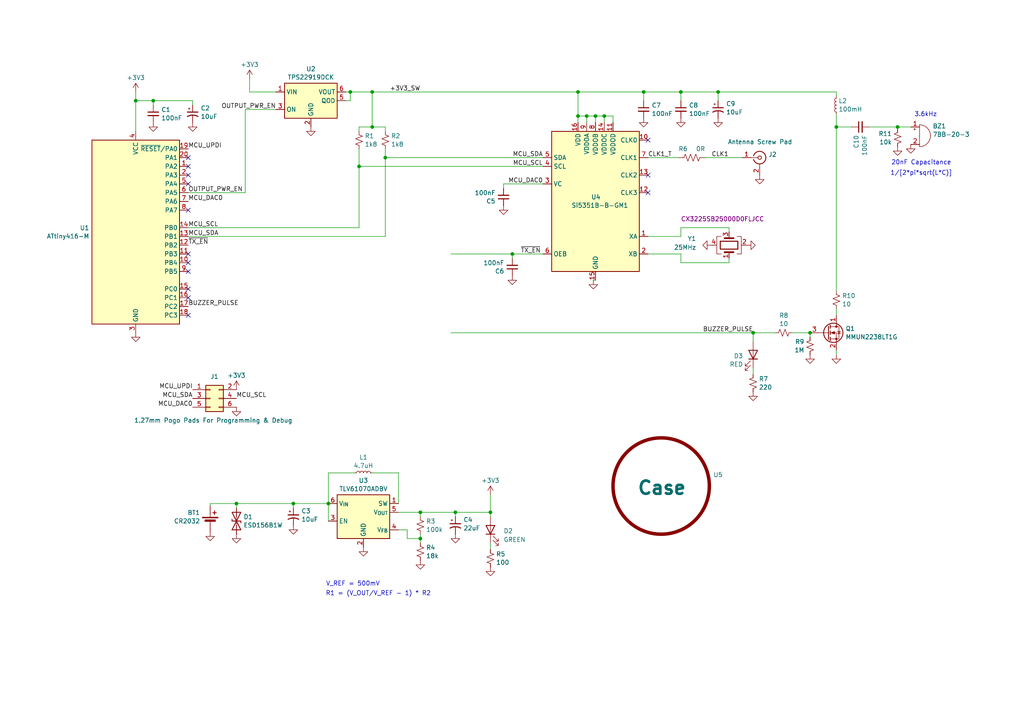
<source format=kicad_sch>
(kicad_sch (version 20231120) (generator "eeschema") (generator_version "8.0")
  (paper "A4")
  (lib_symbols
    (symbol "Connector:Conn_Coaxial" (pin_names (offset 1.016) hide)
      (property "Reference" "J" (at 0.254 3.048 0))
      (property "Value" "Conn_Coaxial" (at 2.921 0 90))
      (symbol "Conn_Coaxial_0_1"
        (arc (start -1.778 -0.508) (mid 0.2311 -1.8066) (end 1.778 0) (stroke (width 0.254)))
        (polyline (pts (xy -2.54 0) (xy -0.508 0)))
        (polyline (pts (xy 0 -2.54) (xy 0 -1.778)))
        (circle (center 0 0) (radius 0.508) (stroke (width 0.2032)))
        (arc (start 1.778 0) (mid 0.2099 1.8101) (end -1.778 0.508) (stroke (width 0.254)))
      )
      (symbol "Conn_Coaxial_1_1"
        (pin passive line (at -5.08 0 0) (length 2.54) (name "In") (number "1"))
        (pin passive line (at 0 -5.08 90) (length 2.54) (name "Ext") (number "2"))
      )
    )
    (symbol "Connector_Generic:Conn_02x03_Odd_Even" (pin_names (offset 1.016) hide)
      (property "Reference" "J" (at 1.27 5.08 0))
      (property "Value" "Conn_02x03_Odd_Even" (at 1.27 -5.08 0))
      (symbol "Conn_02x03_Odd_Even_1_1"
        (rectangle (start -1.27 -2.413) (end 0 -2.667) (stroke (width 0.1524)))
        (rectangle (start -1.27 0.127) (end 0 -0.127) (stroke (width 0.1524)))
        (rectangle (start -1.27 2.667) (end 0 2.413) (stroke (width 0.1524)))
        (rectangle (start -1.27 3.81) (end 3.81 -3.81) (stroke (width 0.254)) (fill (type background)))
        (rectangle (start 3.81 -2.413) (end 2.54 -2.667) (stroke (width 0.1524)))
        (rectangle (start 3.81 0.127) (end 2.54 -0.127) (stroke (width 0.1524)))
        (rectangle (start 3.81 2.667) (end 2.54 2.413) (stroke (width 0.1524)))
        (pin passive line (at -5.08 2.54 0) (length 3.81) (name "Pin_1") (number "1"))
        (pin passive line (at 7.62 2.54 180) (length 3.81) (name "Pin_2") (number "2"))
        (pin passive line (at -5.08 0 0) (length 3.81) (name "Pin_3") (number "3"))
        (pin passive line (at 7.62 0 180) (length 3.81) (name "Pin_4") (number "4"))
        (pin passive line (at -5.08 -2.54 0) (length 3.81) (name "Pin_5") (number "5"))
        (pin passive line (at 7.62 -2.54 180) (length 3.81) (name "Pin_6") (number "6"))
      )
    )
    (symbol "Device:Battery_Cell" (pin_numbers hide) (pin_names (offset 0) hide)
      (property "Reference" "BT1" (at -2.921 3.0536 0))
      (property "Value" "CR2032" (at -2.921 0.6294 0))
      (symbol "Battery_Cell_0_1"
        (rectangle (start -2.286 1.778) (end 2.286 1.524) (fill (type outline)))
        (rectangle (start -1.524 1.016) (end 1.524 0.508) (fill (type outline)))
        (polyline (pts (xy 0 0.762) (xy 0 0)))
        (polyline (pts (xy 0 1.778) (xy 0 2.54)))
        (polyline (pts (xy 0.762 3.048) (xy 1.778 3.048)) (stroke (width 0.254)))
        (polyline (pts (xy 1.27 3.556) (xy 1.27 2.54)) (stroke (width 0.254)))
      )
      (symbol "Battery_Cell_1_1"
        (pin passive line (at 0 5.08 270) (length 2.54) (name "+") (number "1"))
        (pin passive line (at 0 -2.54 90) (length 2.54) (name "2") (number "2"))
      )
    )
    (symbol "Device:C_Polarized_Small_US" (pin_numbers hide) (pin_names (offset 0.254) hide)
      (property "Reference" "C" (at 0.254 1.778 0))
      (property "Value" "C_Polarized_Small_US" (at 0.254 -2.032 0))
      (symbol "C_Polarized_Small_US_0_1"
        (polyline (pts (xy -1.524 0.508) (xy 1.524 0.508)) (stroke (width 0.3048)))
        (polyline (pts (xy -1.27 1.524) (xy -0.762 1.524)))
        (polyline (pts (xy -1.016 1.27) (xy -1.016 1.778)))
        (arc (start 1.524 -0.762) (mid 0 -0.3734) (end -1.524 -0.762) (stroke (width 0.3048)))
      )
      (symbol "C_Polarized_Small_US_1_1"
        (pin passive line (at 0 2.54 270) (length 2.032) (name "~") (number "1"))
        (pin passive line (at 0 -2.54 90) (length 2.032) (name "~") (number "2"))
      )
    )
    (symbol "Device:C_Small" (pin_numbers hide) (pin_names (offset 0.254) hide)
      (property "Reference" "C" (at 0.254 1.778 0))
      (property "Value" "C_Small" (at 0.254 -2.032 0))
      (symbol "C_Small_0_1"
        (polyline (pts (xy -1.524 -0.508) (xy 1.524 -0.508)) (stroke (width 0.3302)))
        (polyline (pts (xy -1.524 0.508) (xy 1.524 0.508)) (stroke (width 0.3048)))
      )
      (symbol "C_Small_1_1"
        (pin passive line (at 0 2.54 270) (length 2.032) (name "~") (number "1"))
        (pin passive line (at 0 -2.54 90) (length 2.032) (name "~") (number "2"))
      )
    )
    (symbol "Device:Crystal_GND24" (pin_names (offset 1.016) hide)
      (property "Reference" "Y" (at 3.175 5.08 0))
      (property "Value" "Crystal_GND24" (at 3.175 3.175 0))
      (symbol "Crystal_GND24_0_1"
        (rectangle (start -1.143 2.54) (end 1.143 -2.54) (stroke (width 0.3048)))
        (polyline (pts (xy -2.54 0) (xy -2.032 0)))
        (polyline (pts (xy -2.032 -1.27) (xy -2.032 1.27)) (stroke (width 0.508)))
        (polyline (pts (xy 0 -3.81) (xy 0 -3.556)))
        (polyline (pts (xy 0 3.556) (xy 0 3.81)))
        (polyline (pts (xy 2.032 -1.27) (xy 2.032 1.27)) (stroke (width 0.508)))
        (polyline (pts (xy 2.032 0) (xy 2.54 0)))
        (polyline (pts (xy -2.54 -2.286) (xy -2.54 -3.556) (xy 2.54 -3.556) (xy 2.54 -2.286)))
        (polyline (pts (xy -2.54 2.286) (xy -2.54 3.556) (xy 2.54 3.556) (xy 2.54 2.286)))
      )
      (symbol "Crystal_GND24_1_1"
        (pin passive line (at -3.81 0 0) (length 1.27) (name "1") (number "1"))
        (pin passive line (at 0 5.08 270) (length 1.27) (name "2") (number "2"))
        (pin passive line (at 3.81 0 180) (length 1.27) (name "3") (number "3"))
        (pin passive line (at 0 -5.08 90) (length 1.27) (name "4") (number "4"))
      )
    )
    (symbol "Device:D_TVS" (pin_numbers hide) (pin_names (offset 1.016) hide)
      (property "Reference" "D" (at 0 2.54 0))
      (property "Value" "D_TVS" (at 0 -2.54 0))
      (symbol "D_TVS_0_1"
        (polyline (pts (xy 1.27 0) (xy -1.27 0)))
        (polyline (pts (xy 0.508 1.27) (xy 0 1.27) (xy 0 -1.27) (xy -0.508 -1.27)) (stroke (width 0.254)))
        (polyline (pts (xy -2.54 1.27) (xy -2.54 -1.27) (xy 2.54 1.27) (xy 2.54 -1.27) (xy -2.54 1.27)) (stroke (width 0.254)))
      )
      (symbol "D_TVS_1_1"
        (pin passive line (at -3.81 0 0) (length 2.54) (name "A1") (number "1"))
        (pin passive line (at 3.81 0 180) (length 2.54) (name "A2") (number "2"))
      )
    )
    (symbol "Device:LED" (pin_numbers hide) (pin_names (offset 1.016) hide)
      (property "Reference" "D" (at 0 2.54 0))
      (property "Value" "LED" (at 0 -2.54 0))
      (symbol "LED_0_1"
        (polyline (pts (xy -1.27 -1.27) (xy -1.27 1.27)) (stroke (width 0.254)))
        (polyline (pts (xy -1.27 0) (xy 1.27 0)))
        (polyline (pts (xy 1.27 -1.27) (xy 1.27 1.27) (xy -1.27 0) (xy 1.27 -1.27)) (stroke (width 0.254)))
        (polyline (pts (xy -3.048 -0.762) (xy -4.572 -2.286) (xy -3.81 -2.286) (xy -4.572 -2.286) (xy -4.572 -1.524)))
        (polyline (pts (xy -1.778 -0.762) (xy -3.302 -2.286) (xy -2.54 -2.286) (xy -3.302 -2.286) (xy -3.302 -1.524)))
      )
      (symbol "LED_1_1"
        (pin passive line (at -3.81 0 0) (length 2.54) (name "K") (number "1"))
        (pin passive line (at 3.81 0 180) (length 2.54) (name "A") (number "2"))
      )
    )
    (symbol "Device:L_Small" (pin_numbers hide) (pin_names (offset 0.254) hide)
      (property "Reference" "L" (at 0.762 1.016 0))
      (property "Value" "L_Small" (at 0.762 -1.016 0))
      (symbol "L_Small_0_1"
        (arc (start 0 -2.032) (mid 0.5058 -1.524) (end 0 -1.016))
        (arc (start 0 -1.016) (mid 0.5058 -0.508) (end 0 0))
        (arc (start 0 0) (mid 0.5058 0.508) (end 0 1.016))
        (arc (start 0 1.016) (mid 0.5058 1.524) (end 0 2.032))
      )
      (symbol "L_Small_1_1"
        (pin passive line (at 0 2.54 270) (length 0.508) (name "~") (number "1"))
        (pin passive line (at 0 -2.54 90) (length 0.508) (name "~") (number "2"))
      )
    )
    (symbol "Device:Q_NMOS_DSG" (pin_names (offset 0) hide)
      (property "Reference" "Q" (at 5.08 1.27 0))
      (property "Value" "Q_NMOS_DSG" (at 5.08 -1.27 0))
      (symbol "Q_NMOS_DSG_0_1"
        (polyline (pts (xy 0.254 0) (xy -2.54 0)))
        (polyline (pts (xy 0.254 1.905) (xy 0.254 -1.905)) (stroke (width 0.254)))
        (polyline (pts (xy 0.762 -1.27) (xy 0.762 -2.286)) (stroke (width 0.254)))
        (polyline (pts (xy 0.762 0.508) (xy 0.762 -0.508)) (stroke (width 0.254)))
        (polyline (pts (xy 0.762 2.286) (xy 0.762 1.27)) (stroke (width 0.254)))
        (polyline (pts (xy 2.54 2.54) (xy 2.54 1.778)))
        (polyline (pts (xy 2.54 -2.54) (xy 2.54 0) (xy 0.762 0)))
        (polyline (pts (xy 0.762 -1.778) (xy 3.302 -1.778) (xy 3.302 1.778) (xy 0.762 1.778)))
        (polyline (pts (xy 1.016 0) (xy 2.032 0.381) (xy 2.032 -0.381) (xy 1.016 0)) (fill (type outline)))
        (polyline (pts (xy 2.794 0.508) (xy 2.921 0.381) (xy 3.683 0.381) (xy 3.81 0.254)))
        (polyline (pts (xy 3.302 0.381) (xy 2.921 -0.254) (xy 3.683 -0.254) (xy 3.302 0.381)))
        (circle (center 1.651 0) (radius 2.794) (stroke (width 0.254)))
        (circle (center 2.54 -1.778) (radius 0.254) (fill (type outline)))
        (circle (center 2.54 1.778) (radius 0.254) (fill (type outline)))
      )
      (symbol "Q_NMOS_DSG_1_1"
        (pin passive line (at 2.54 5.08 270) (length 2.54) (name "D") (number "1"))
        (pin passive line (at 2.54 -5.08 90) (length 2.54) (name "S") (number "2"))
        (pin input line (at -5.08 0 0) (length 2.54) (name "G") (number "3"))
      )
    )
    (symbol "Device:R_Small_US" (pin_numbers hide) (pin_names (offset 0.254) hide)
      (property "Reference" "R" (at 0.762 0.508 0))
      (property "Value" "R_Small_US" (at 0.762 -1.016 0))
      (symbol "R_Small_US_1_1"
        (polyline (pts (xy 0 0) (xy 1.016 -0.381) (xy 0 -0.762) (xy -1.016 -1.143) (xy 0 -1.524)))
        (polyline (pts (xy 0 1.524) (xy 1.016 1.143) (xy 0 0.762) (xy -1.016 0.381) (xy 0 0)))
        (pin passive line (at 0 2.54 270) (length 1.016) (name "~") (number "1"))
        (pin passive line (at 0 -2.54 90) (length 1.016) (name "~") (number "2"))
      )
    )
    (symbol "Device:R_US" (pin_numbers hide) (pin_names (offset 0))
      (property "Reference" "R" (at 2.54 0 90))
      (property "Value" "R_US" (at -2.54 0 90))
      (symbol "R_US_0_1"
        (polyline (pts (xy 0 -2.286) (xy 0 -2.54)))
        (polyline (pts (xy 0 2.286) (xy 0 2.54)))
        (polyline (pts (xy 0 -0.762) (xy 1.016 -1.143) (xy 0 -1.524) (xy -1.016 -1.905) (xy 0 -2.286)))
        (polyline (pts (xy 0 0.762) (xy 1.016 0.381) (xy 0 0) (xy -1.016 -0.381) (xy 0 -0.762)))
        (polyline (pts (xy 0 2.286) (xy 1.016 1.905) (xy 0 1.524) (xy -1.016 1.143) (xy 0 0.762)))
      )
      (symbol "R_US_1_1"
        (pin passive line (at 0 3.81 270) (length 1.27) (name "~") (number "1"))
        (pin passive line (at 0 -3.81 90) (length 1.27) (name "~") (number "2"))
      )
    )
    (symbol "MCU_Microchip_ATtiny:ATtiny416-M"
      (property "Reference" "U6" (at 2.1941 24.4645 0))
      (property "Value" "ATtiny416-M" (at 2.1941 22.0402 0))
      (symbol "ATtiny416-M_0_1"
        (rectangle (start -12.7 20.32) (end 12.7 -33.02) (stroke (width 0.254)) (fill (type background)))
      )
      (symbol "ATtiny416-M_1_1"
        (pin bidirectional line (at 15.24 12.7 180) (length 2.54) (name "PA2") (number "1"))
        (pin bidirectional line (at 15.24 -15.24 180) (length 2.54) (name "PB4") (number "10"))
        (pin bidirectional line (at 15.24 -12.7 180) (length 2.54) (name "PB3") (number "11"))
        (pin bidirectional line (at 15.24 -10.16 180) (length 2.54) (name "PB2") (number "12"))
        (pin bidirectional line (at 15.24 -7.62 180) (length 2.54) (name "PB1") (number "13"))
        (pin bidirectional line (at 15.24 -5.08 180) (length 2.54) (name "PB0") (number "14"))
        (pin bidirectional line (at 15.24 -22.86 180) (length 2.54) (name "PC0") (number "15"))
        (pin bidirectional line (at 15.24 -25.4 180) (length 2.54) (name "PC1") (number "16"))
        (pin bidirectional line (at 15.24 -27.94 180) (length 2.54) (name "PC2") (number "17"))
        (pin bidirectional line (at 15.24 -30.48 180) (length 2.54) (name "PC3") (number "18"))
        (pin bidirectional line (at 15.24 17.78 180) (length 2.54) (name "~{RESET}/PA0") (number "19"))
        (pin bidirectional line (at 15.24 10.16 180) (length 2.54) (name "PA3") (number "2"))
        (pin bidirectional line (at 15.24 15.24 180) (length 2.54) (name "PA1") (number "20"))
        (pin passive line (at 0 -35.56 90) (length 2.54) hide (name "GND") (number "21"))
        (pin power_in line (at 0 -35.56 90) (length 2.54) (name "GND") (number "3"))
        (pin power_in line (at 0 22.86 270) (length 2.54) (name "VCC") (number "4"))
        (pin bidirectional line (at 15.24 7.62 180) (length 2.54) (name "PA4") (number "5"))
        (pin bidirectional line (at 15.24 5.08 180) (length 2.54) (name "PA5") (number "6"))
        (pin bidirectional line (at 15.24 2.54 180) (length 2.54) (name "PA6") (number "7"))
        (pin bidirectional line (at 15.24 0 180) (length 2.54) (name "PA7") (number "8"))
        (pin bidirectional line (at 15.24 -17.78 180) (length 2.54) (name "PB5") (number "9"))
      )
    )
    (symbol "Regulator_Switching:TLV61070ADBV"
      (property "Reference" "U" (at -7.62 8.89 0))
      (property "Value" "TLV61070ADBV" (at 0 8.89 0))
      (symbol "TLV61070ADBV_0_1"
        (rectangle (start -7.62 7.62) (end 7.62 -5.08) (stroke (width 0.254)) (fill (type background)))
      )
      (symbol "TLV61070ADBV_1_1"
        (pin input line (at 10.16 5.08 180) (length 2.54) (name "SW") (number "1"))
        (pin power_in line (at 0 -7.62 90) (length 2.54) (name "GND") (number "2"))
        (pin input line (at -10.16 0 0) (length 2.54) (name "EN") (number "3"))
        (pin input line (at 10.16 -2.54 180) (length 2.54) (name "V_{FB}") (number "4"))
        (pin power_out line (at 10.16 2.54 180) (length 2.54) (name "V_{OUT}") (number "5"))
        (pin power_in line (at -10.16 5.08 0) (length 2.54) (name "V_{IN}") (number "6"))
      )
    )
    (symbol "library:Buzzer_Pad_NEG" (pin_names (offset 0.0254) hide)
      (property "Reference" "BZ1" (at 3.7962 1.2122 0))
      (property "Value" "7BB-20-3" (at 3.7962 -1.2121 0))
      (symbol "Buzzer_Pad_NEG_0_1"
        (arc (start 0 -3.175) (mid 2.2451 -2.2451) (end 3.175 0))
        (polyline (pts (xy 0 0) (xy 0 -3.175)))
      )
      (symbol "Buzzer_Pad_NEG_1_1"
        (pin passive line (at -2.54 -2.54 0) (length 2.54) (name "-") (number "2"))
      )
    )
    (symbol "library:Buzzer_Pad_POS" (pin_names (offset 0.0254) hide)
      (property "Reference" "BZ1" (at 3.7962 1.2122 0))
      (property "Value" "7BB-20-3" (at 3.7962 -1.2121 0))
      (symbol "Buzzer_Pad_POS_0_1"
        (polyline (pts (xy -1.651 1.905) (xy -1.143 1.905)))
        (polyline (pts (xy -1.397 2.159) (xy -1.397 1.651)))
        (polyline (pts (xy 0 3.175) (xy 0 0)))
        (arc (start 3.175 0) (mid 2.2451 2.2451) (end 0 3.175))
      )
      (symbol "Buzzer_Pad_POS_1_1"
        (pin passive line (at -2.54 2.54 0) (length 2.54) (name "+") (number "1"))
      )
    )
    (symbol "library:Case"
      (property "Reference" "U" (at 0 0 0))
      (symbol "Case_1_1"
        (circle (center 0 0) (radius 13.97) (stroke (width 1)))
      )
    )
    (symbol "library:Si5351B-B-GM1"
      (property "Reference" "U2" (at -1.27 1.27 0))
      (property "Value" "Si5351B-B-GM1" (at -6.985 -1.1542 0))
      (symbol "Si5351B-B-GM1_1_1"
        (rectangle (start -12.7 20.32) (end 12.7 -20.32) (stroke (width 0.254)) (fill (type background)))
        (pin input line (at 15.24 -10.16 180) (length 2.54) (name "XA") (number "1"))
        (pin output line (at 15.24 17.78 180) (length 2.54) (name "CLK0") (number "10"))
        (pin power_in line (at 5.08 22.86 270) (length 2.54) (name "VDDOD") (number "11"))
        (pin output line (at 15.24 2.54 180) (length 2.54) (name "CLK3") (number "12"))
        (pin output line (at 15.24 7.62 180) (length 2.54) (name "CLK2") (number "13"))
        (pin power_in line (at 2.54 22.86 270) (length 2.54) (name "VDDOC") (number "14"))
        (pin power_in line (at 0 -22.86 90) (length 2.54) (name "GND") (number "15"))
        (pin power_in line (at -5.08 22.86 270) (length 2.54) (name "VDD") (number "16"))
        (pin power_in line (at 0 -22.86 90) (length 2.54) hide (name "GND") (number "17"))
        (pin input line (at 15.24 -15.24 180) (length 2.54) (name "XB") (number "2"))
        (pin input line (at -15.24 5.08 0) (length 2.54) (name "VC") (number "3"))
        (pin input line (at -15.24 10.16 0) (length 2.54) (name "SCL") (number "4"))
        (pin bidirectional line (at -15.24 12.7 0) (length 2.54) (name "SDA") (number "5"))
        (pin input line (at -15.24 -15.24 0) (length 2.54) (name "OEB") (number "6"))
        (pin output line (at 15.24 12.7 180) (length 2.54) (name "CLK1") (number "7"))
        (pin power_in line (at 0 22.86 270) (length 2.54) (name "VDDOB") (number "8"))
        (pin power_in line (at -2.54 22.86 270) (length 2.54) (name "VDDOA") (number "9"))
      )
    )
    (symbol "library:TPS22919DCK"
      (property "Reference" "U5" (at 0 9.2245 0))
      (property "Value" "TPS22919DCK" (at 0 6.8002 0))
      (symbol "TPS22919DCK_0_1"
        (rectangle (start -7.62 5.08) (end 7.62 -5.08) (stroke (width 0.254)) (fill (type background)))
      )
      (symbol "TPS22919DCK_1_1"
        (pin power_in line (at -10.16 2.54 0) (length 2.54) (name "VIN") (number "1"))
        (pin power_in line (at 0 -7.62 90) (length 2.54) (name "GND") (number "2"))
        (pin input line (at -10.16 -2.54 0) (length 2.54) (name "ON") (number "3"))
        (pin open_collector line (at 10.16 0 180) (length 2.54) (name "QOD") (number "5"))
        (pin power_out line (at 10.16 2.54 180) (length 2.54) (name "VOUT") (number "6"))
      )
    )
    (symbol "power:+3V3" (power) (pin_names (offset 0))
      (property "Value" "+3V3" (at 0 3.556 0))
      (symbol "+3V3_0_1"
        (polyline (pts (xy -0.762 1.27) (xy 0 2.54)))
        (polyline (pts (xy 0 0) (xy 0 2.54)))
        (polyline (pts (xy 0 2.54) (xy 0.762 1.27)))
      )
      (symbol "+3V3_1_1"
        (pin power_in line (at 0 0 90) (length 0) hide (name "+3V3") (number "1"))
      )
    )
    (symbol "power:GND" (power) (pin_names (offset 0))
      (property "Value" "GND" (at 0 -3.81 0))
      (symbol "GND_0_1"
        (polyline (pts (xy 0 0) (xy 0 -1.27) (xy 1.27 -1.27) (xy 0 -2.54) (xy -1.27 -1.27) (xy 0 -1.27)))
      )
      (symbol "GND_1_1"
        (pin power_in line (at 0 0 270) (length 0) hide (name "GND") (number "1"))
      )
    )
  )
  (junction (at 85.09 146.05))
  (junction (at 234.95 96.52))
  (junction (at 121.92 148.59))
  (junction (at 95.25 146.05))
  (junction (at 44.45 29.21))
  (junction (at 39.37 29.21))
  (junction (at 218.44 96.52))
  (junction (at 172.72 33.655))
  (junction (at 175.26 33.655))
  (junction (at 208.28 26.67))
  (junction (at 104.14 48.26))
  (junction (at 167.64 26.67))
  (junction (at 101.6 26.67))
  (junction (at 197.485 26.67))
  (junction (at 132.08 148.59))
  (junction (at 111.76 45.72))
  (junction (at 148.59 73.66))
  (junction (at 186.69 26.67))
  (junction (at 68.58 146.05))
  (junction (at 170.18 33.655))
  (junction (at 121.92 156.21))
  (junction (at 242.57 36.83))
  (junction (at 167.64 33.655))
  (junction (at 142.24 148.59))
  (junction (at 107.95 26.67))
  (junction (at 107.95 36.83))
  (junction (at 260.35 36.83))
  (no_connect (at 54.61 50.8))
  (no_connect (at 54.61 78.74))
  (no_connect (at 187.96 40.64))
  (no_connect (at 54.61 60.96))
  (no_connect (at 54.61 76.2))
  (no_connect (at 187.96 50.8))
  (no_connect (at 54.61 73.66))
  (no_connect (at 187.96 55.88))
  (no_connect (at 54.61 91.44))
  (no_connect (at 54.61 86.36))
  (no_connect (at 54.61 83.82))
  (no_connect (at 54.61 45.72))
  (no_connect (at 54.61 53.34))
  (no_connect (at 54.61 48.26))
  (wire (pts (xy 187.96 45.72) (xy 196.85 45.72)))
  (wire (pts (xy 121.92 154.94) (xy 121.92 156.21)))
  (wire (pts (xy 242.57 36.83) (xy 247.015 36.83)))
  (wire (pts (xy 100.33 26.67) (xy 101.6 26.67)))
  (wire (pts (xy 104.14 43.18) (xy 104.14 48.26)))
  (wire (pts (xy 100.33 29.21) (xy 101.6 29.21)))
  (wire (pts (xy 175.26 33.655) (xy 175.26 35.56)))
  (wire (pts (xy 167.64 26.67) (xy 167.64 33.655)))
  (wire (pts (xy 197.485 73.66) (xy 187.96 73.66)))
  (wire (pts (xy 142.24 143.51) (xy 142.24 148.59)))
  (wire (pts (xy 115.57 146.05) (xy 115.57 137.16)))
  (wire (pts (xy 111.76 36.83) (xy 107.95 36.83)))
  (wire (pts (xy 146.05 53.34) (xy 157.48 53.34)))
  (wire (pts (xy 186.69 29.21) (xy 186.69 26.67)))
  (wire (pts (xy 177.8 33.655) (xy 175.26 33.655)))
  (wire (pts (xy 85.09 147.32) (xy 85.09 146.05)))
  (wire (pts (xy 148.59 73.66) (xy 148.59 74.93)))
  (wire (pts (xy 172.72 81.28) (xy 172.085 81.28)))
  (wire (pts (xy 167.64 33.655) (xy 170.18 33.655)))
  (wire (pts (xy 107.95 36.83) (xy 104.14 36.83)))
  (wire (pts (xy 242.57 36.83) (xy 242.57 84.455)))
  (wire (pts (xy 142.24 157.48) (xy 142.24 159.385)))
  (wire (pts (xy 60.96 146.05) (xy 68.58 146.05)))
  (wire (pts (xy 111.76 68.58) (xy 54.61 68.58)))
  (wire (pts (xy 211.455 76.2) (xy 211.455 74.93)))
  (wire (pts (xy 260.35 36.83) (xy 264.16 36.83)))
  (wire (pts (xy 170.18 33.655) (xy 172.72 33.655)))
  (wire (pts (xy 197.485 73.66) (xy 197.485 76.2)))
  (wire (pts (xy 260.35 37.465) (xy 260.35 36.83)))
  (wire (pts (xy 242.57 27.94) (xy 242.57 26.67)))
  (wire (pts (xy 101.6 29.21) (xy 101.6 26.67)))
  (wire (pts (xy 72.39 26.67) (xy 80.01 26.67)))
  (wire (pts (xy 204.47 45.72) (xy 215.265 45.72)))
  (wire (pts (xy 167.64 26.67) (xy 186.69 26.67)))
  (wire (pts (xy 44.45 30.48) (xy 44.45 29.21)))
  (wire (pts (xy 142.24 149.86) (xy 142.24 148.59)))
  (wire (pts (xy 101.6 26.67) (xy 107.95 26.67)))
  (wire (pts (xy 60.96 146.685) (xy 60.96 146.05)))
  (wire (pts (xy 107.95 26.67) (xy 107.95 36.83)))
  (wire (pts (xy 234.95 96.52) (xy 234.95 97.79)))
  (wire (pts (xy 55.88 29.21) (xy 55.88 30.48)))
  (wire (pts (xy 197.485 26.67) (xy 208.28 26.67)))
  (wire (pts (xy 111.76 45.72) (xy 157.48 45.72)))
  (wire (pts (xy 104.14 36.83) (xy 104.14 38.1)))
  (wire (pts (xy 218.44 106.68) (xy 218.44 108.585)))
  (wire (pts (xy 186.69 26.67) (xy 197.485 26.67)))
  (wire (pts (xy 229.87 96.52) (xy 234.95 96.52)))
  (wire (pts (xy 197.485 66.04) (xy 197.485 68.58)))
  (wire (pts (xy 252.095 36.83) (xy 260.35 36.83)))
  (wire (pts (xy 68.58 146.05) (xy 68.58 147.32)))
  (wire (pts (xy 111.76 38.1) (xy 111.76 36.83)))
  (wire (pts (xy 118.11 153.67) (xy 118.11 156.21)))
  (wire (pts (xy 242.57 101.6) (xy 242.57 102.87)))
  (wire (pts (xy 170.18 35.56) (xy 170.18 33.655)))
  (wire (pts (xy 208.28 26.67) (xy 242.57 26.67)))
  (wire (pts (xy 242.57 91.44) (xy 242.57 89.535)))
  (wire (pts (xy 104.14 48.26) (xy 157.48 48.26)))
  (wire (pts (xy 132.08 149.86) (xy 132.08 148.59)))
  (wire (pts (xy 72.39 22.86) (xy 72.39 26.67)))
  (wire (pts (xy 211.455 67.31) (xy 211.455 66.04)))
  (wire (pts (xy 71.12 55.88) (xy 71.12 31.75)))
  (wire (pts (xy 146.05 53.34) (xy 146.05 54.61)))
  (wire (pts (xy 218.44 96.52) (xy 130.81 96.52)))
  (wire (pts (xy 102.87 137.16) (xy 95.25 137.16)))
  (wire (pts (xy 71.12 31.75) (xy 80.01 31.75)))
  (wire (pts (xy 148.59 73.66) (xy 157.48 73.66)))
  (wire (pts (xy 111.76 45.72) (xy 111.76 68.58)))
  (wire (pts (xy 118.11 156.21) (xy 121.92 156.21)))
  (wire (pts (xy 177.8 35.56) (xy 177.8 33.655)))
  (wire (pts (xy 68.58 146.05) (xy 85.09 146.05)))
  (wire (pts (xy 121.92 148.59) (xy 115.57 148.59)))
  (wire (pts (xy 85.09 146.05) (xy 95.25 146.05)))
  (wire (pts (xy 197.485 29.21) (xy 197.485 26.67)))
  (wire (pts (xy 208.28 26.67) (xy 208.28 29.21)))
  (wire (pts (xy 211.455 66.04) (xy 197.485 66.04)))
  (wire (pts (xy 44.45 29.21) (xy 55.88 29.21)))
  (wire (pts (xy 242.57 33.02) (xy 242.57 36.83)))
  (wire (pts (xy 132.08 148.59) (xy 121.92 148.59)))
  (wire (pts (xy 39.37 29.21) (xy 39.37 38.1)))
  (wire (pts (xy 172.72 33.655) (xy 172.72 35.56)))
  (wire (pts (xy 54.61 55.88) (xy 71.12 55.88)))
  (wire (pts (xy 39.37 26.67) (xy 39.37 29.21)))
  (wire (pts (xy 95.25 146.05) (xy 95.25 151.13)))
  (wire (pts (xy 142.24 148.59) (xy 132.08 148.59)))
  (wire (pts (xy 95.25 137.16) (xy 95.25 146.05)))
  (wire (pts (xy 111.76 43.18) (xy 111.76 45.72)))
  (wire (pts (xy 104.14 66.04) (xy 54.61 66.04)))
  (wire (pts (xy 148.59 73.66) (xy 130.81 73.66)))
  (wire (pts (xy 167.64 33.655) (xy 167.64 35.56)))
  (wire (pts (xy 104.14 48.26) (xy 104.14 66.04)))
  (wire (pts (xy 115.57 153.67) (xy 118.11 153.67)))
  (wire (pts (xy 107.95 26.67) (xy 167.64 26.67)))
  (wire (pts (xy 218.44 96.52) (xy 224.79 96.52)))
  (wire (pts (xy 197.485 76.2) (xy 211.455 76.2)))
  (wire (pts (xy 39.37 29.21) (xy 44.45 29.21)))
  (wire (pts (xy 121.92 156.21) (xy 121.92 157.48)))
  (wire (pts (xy 115.57 137.16) (xy 107.95 137.16)))
  (wire (pts (xy 121.92 149.86) (xy 121.92 148.59)))
  (wire (pts (xy 197.485 68.58) (xy 187.96 68.58)))
  (wire (pts (xy 218.44 96.52) (xy 218.44 99.06)))
  (wire (pts (xy 172.72 33.655) (xy 175.26 33.655)))
  (text "V_REF = 500mV" (at 102.362 169.418 0) (effects (font (size 1.27 1.27))))
  (text "1/[2*pi*sqrt(L*C)]" (at 267.208 50.292 0) (effects (font (size 1.27 1.27))))
  (text "R1 = (V_OUT/V_REF - 1) * R2" (at 109.728 172.212 0) (effects (font (size 1.27 1.27))))
  (text "3.6kHz" (at 268.478 33.274 0) (effects (font (size 1.27 1.27))))
  (text "20nF Capacitance" (at 267.208 47.244 0) (effects (font (size 1.27 1.27))))
  (label "OUTPUT_PWR_EN" (at 54.61 55.88 0))
  (label "MCU_SCL" (at 157.48 48.26 180))
  (label "CLK1_T" (at 187.96 45.72 0))
  (label "OUTPUT_PWR_EN" (at 80.01 31.75 180))
  (label "MCU_SCL" (at 68.58 115.57 0))
  (label "MCU_UPDI" (at 55.88 113.03 180))
  (label "MCU_DAC0" (at 55.88 118.11 180))
  (label "CLK1" (at 206.375 45.72 0))
  (label "MCU_SDA" (at 54.61 68.58 0))
  (label "MCU_DAC0" (at 54.61 58.42 0))
  (label "MCU_SDA" (at 55.88 115.57 180))
  (label "MCU_SDA" (at 157.48 45.72 180))
  (label "MCU_DAC0" (at 157.48 53.34 180))
  (label "BUZZER_PULSE" (at 218.44 96.52 180))
  (label "MCU_SCL" (at 54.61 66.04 0))
  (label "~{TX_EN}" (at 54.61 71.12 0))
  (label "MCU_UPDI" (at 54.61 43.18 0))
  (label "BUZZER_PULSE" (at 54.61 88.9 0))
  (label "+3V3_SW" (at 113.03 26.67 0))
  (label "~{TX_EN}" (at 156.845 73.66 180))
  (symbol (lib_id "power:GND") (at 39.37 96.52 0) (mirror y) (unit 1)
    (property "Reference" "#PWR02" (effects (hide yes)))
    (property "Value" "GND" (effects (hide yes)))
  )
  (symbol (lib_id "Device:R_Small_US") (at 104.14 40.64 0) (unit 1)
    (property "Reference" "R1" (at 105.791 39.4279 0) (effects (justify left)))
    (property "Value" "1k8" (at 105.791 41.8521 0) (effects (justify left)))
    (property "Footprint" "Resistor_SMD:R_0402_1005Metric" (effects (hide yes)))
  )
  (symbol (lib_id "power:+3V3") (at 142.24 143.51 0) (unit 1)
    (property "Reference" "#PWR015" (effects (hide yes)))
    (property "Value" "+3V3" (at 142.24 139.3769 0))
  )
  (symbol (lib_id "power:GND") (at 142.24 164.465 0) (mirror y) (unit 1)
    (property "Reference" "#PWR016" (effects (hide yes)))
    (property "Value" "GND" (effects (hide yes)))
  )
  (symbol (lib_id "Device:R_Small_US") (at 218.44 111.125 0) (mirror y) (unit 1)
    (property "Reference" "R7" (at 220.091 109.9128 0) (effects (justify right)))
    (property "Value" "220" (at 220.091 112.3371 0) (effects (justify right)))
    (property "Footprint" "Library:Worthington_R_0402_1005Metric" (effects (hide yes)))
  )
  (symbol (lib_id "library:Case") (at 191.77 140.97 0) (unit 1) (in_bom no)
    (property "Reference" "U5" (at 206.875 137.7147 0) (effects (justify left)))
    (property "Value" "Case" (at 184.404 141.478 0) (effects (font (size 3.81 3.81) (thickness 0.762) (bold yes)) (justify left)))
    (property "Footprint" "Library:Case_CR2032" (effects (hide yes)))
  )
  (symbol (lib_id "Device:C_Small") (at 186.69 31.75 0) (unit 1)
    (property "Reference" "C7" (at 189.0141 30.5442 0) (effects (justify left)))
    (property "Value" "100nF" (at 189.0141 32.9684 0) (effects (justify left)))
    (property "Footprint" "Library:Worthington_C_0402_1005Metric" (effects (hide yes)))
  )
  (symbol (lib_id "Device:R_Small_US") (at 121.92 160.02 0) (unit 1)
    (property "Reference" "R4" (at 123.571 158.8078 0) (effects (justify left)))
    (property "Value" "18k" (at 123.571 161.2321 0) (effects (justify left)))
    (property "Footprint" "Library:Worthington_R_0402_1005Metric" (effects (hide yes)))
  )
  (symbol (lib_id "Device:C_Small") (at 146.05 57.15 180) (unit 1)
    (property "Reference" "C5" (at 143.7259 58.3558 0) (effects (justify left)))
    (property "Value" "100nF" (at 143.7259 55.9316 0) (effects (justify left)))
    (property "Footprint" "Library:Worthington_C_0402_1005Metric" (effects (hide yes)))
  )
  (symbol (lib_id "Device:C_Small") (at 249.555 36.83 90) (mirror x) (unit 1)
    (property "Reference" "C10" (at 248.3492 39.1541 0) (effects (justify left)))
    (property "Value" "100nF" (at 250.7734 39.1541 0) (effects (justify left)))
    (property "Footprint" "Library:Worthington_C_0402_1005Metric" (effects (hide yes)))
  )
  (symbol (lib_id "Device:LED") (at 218.44 102.87 270) (mirror x) (unit 1)
    (property "Reference" "D3" (at 215.519 103.2454 90) (effects (justify right)))
    (property "Value" "RED" (at 215.519 105.6696 90) (effects (justify right)))
    (property "Footprint" "Library:Worthington_LED_0402_1005Metric" (effects (hide yes)))
  )
  (symbol (lib_id "power:GND") (at 234.95 102.87 0) (mirror y) (unit 1)
    (property "Reference" "#PWR027" (effects (hide yes)))
    (property "Value" "GND" (effects (hide yes)))
  )
  (symbol (lib_id "Device:R_US") (at 200.66 45.72 90) (unit 1)
    (property "Reference" "R6" (at 198.12 43.18 90))
    (property "Value" "0R" (at 203.2 43.18 90))
    (property "Footprint" "Library:Worthington_R_0402_1005Metric" (effects (hide yes)))
  )
  (symbol (lib_id "Device:D_TVS") (at 68.58 151.13 90) (unit 1)
    (property "Reference" "D1" (at 70.612 149.9178 90) (effects (justify right)))
    (property "Value" "ESD156B1W" (at 70.612 152.3421 90) (effects (justify right)))
    (property "Footprint" "Diode_SMD:D_0201_0603Metric" (effects (hide yes)))
    (property "Datasheet" "https://www.infineon.com/dgdl/Infineon-ESD156-B1-W0201-DataSheet-v01_02-EN.pdf?fileId=8ac78c8c85ecb3470185eea129d200a0" (effects (hide yes)))
    (property "Description" "Bidirectional transient-voltage-suppression diode" (effects (hide yes)))
  )
  (symbol (lib_id "MCU_Microchip_ATtiny:ATtiny416-M") (at 39.37 60.96 0) (unit 1)
    (property "Reference" "U1" (at 25.908 66.0978 0) (effects (justify right)))
    (property "Value" "ATtiny416-M" (at 25.908 68.5221 0) (effects (justify right)))
    (property "Footprint" "Package_DFN_QFN:VQFN-20-1EP_3x3mm_P0.4mm_EP1.7x1.7mm" (effects (hide yes)))
    (property "Datasheet" "http://ww1.microchip.com/downloads/en/DeviceDoc/40001913A.pdf" (effects (hide yes)))
    (property "Description" "20MHz, 4kB Flash, 256B SRAM, 128B EEPROM, VQFN-20" (effects (hide yes)))
  )
  (symbol (lib_id "Device:C_Small") (at 148.59 77.47 180) (unit 1)
    (property "Reference" "C6" (at 146.2659 78.6758 0) (effects (justify left)))
    (property "Value" "100nF" (at 146.2659 76.2516 0) (effects (justify left)))
    (property "Footprint" "Library:Worthington_C_0402_1005Metric" (effects (hide yes)))
  )
  (symbol (lib_id "library:TPS22919DCK") (at 90.17 29.21 0) (unit 1)
    (property "Reference" "U2" (at 90.17 19.9855 0))
    (property "Value" "TPS22919DCK" (at 90.17 22.4098 0))
    (property "Footprint" "Package_TO_SOT_SMD:SOT-363_SC-70-6" (effects (hide yes)))
    (property "Datasheet" "http://www.ti.com/lit/ds/symlink/tps22917.pdf" (effects (hide yes)))
    (property "Description" "1V to 5.5V, 2A, 80mΩ Ultra-Low Leakage Load Switch, SOT23-6" (effects (hide yes)))
  )
  (symbol (lib_id "power:GND") (at 264.16 41.91 0) (mirror y) (unit 1)
    (property "Reference" "#PWR030" (effects (hide yes)))
    (property "Value" "GND" (effects (hide yes)))
  )
  (symbol (lib_id "Device:R_Small_US") (at 242.57 86.995 180) (unit 1)
    (property "Reference" "R10" (at 244.221 85.7829 0) (effects (justify right)))
    (property "Value" "10" (at 244.221 88.2071 0) (effects (justify right)))
    (property "Footprint" "Library:Worthington_R_0402_1005Metric" (effects (hide yes)))
  )
  (symbol (lib_id "power:GND") (at 186.69 34.29 0) (unit 1)
    (property "Reference" "#PWR020" (effects (hide yes)))
    (property "Value" "GND" (effects (hide yes)))
  )
  (symbol (lib_id "library:Buzzer_Pad_NEG") (at 266.7 39.37 0) (unit 1)
    (property "Reference" "BZ2-1" (effects (hide yes)))
    (property "Value" "7BB-20-3" (effects (hide yes)))
    (property "Footprint" "Library:Buzzer_Pad_NEG" (effects (hide yes)))
  )
  (symbol (lib_id "power:GND") (at 68.58 154.94 0) (mirror y) (unit 1)
    (property "Reference" "#PWR08" (effects (hide yes)))
    (property "Value" "GND" (effects (hide yes)))
  )
  (symbol (lib_id "power:GND") (at 44.45 35.56 0) (unit 1)
    (property "Reference" "#PWR03" (effects (hide yes)))
    (property "Value" "GND" (effects (hide yes)))
  )
  (symbol (lib_id "power:GND") (at 68.58 118.11 0) (unit 1)
    (property "Reference" "#PWR07" (effects (hide yes)))
    (property "Value" "GND" (effects (hide yes)))
  )
  (symbol (lib_id "Device:R_Small_US") (at 142.24 161.925 0) (unit 1)
    (property "Reference" "R5" (at 143.891 160.7129 0) (effects (justify left)))
    (property "Value" "100" (at 143.891 163.1371 0) (effects (justify left)))
    (property "Footprint" "Library:Worthington_R_0402_1005Metric" (effects (hide yes)))
  )
  (symbol (lib_id "power:GND") (at 242.57 102.87 0) (mirror y) (unit 1)
    (property "Reference" "#PWR028" (effects (hide yes)))
    (property "Value" "GND" (effects (hide yes)))
  )
  (symbol (lib_id "power:GND") (at 260.35 42.545 0) (mirror y) (unit 1)
    (property "Reference" "#PWR029" (effects (hide yes)))
    (property "Value" "GND" (effects (hide yes)))
  )
  (symbol (lib_id "power:GND") (at 132.08 154.94 0) (mirror y) (unit 1)
    (property "Reference" "#PWR014" (effects (hide yes)))
    (property "Value" "GND" (effects (hide yes)))
  )
  (symbol (lib_id "power:GND") (at 216.535 71.12 90) (mirror x) (unit 1)
    (property "Reference" "#PWR024" (effects (hide yes)))
    (property "Value" "GND" (effects (hide yes)))
  )
  (symbol (lib_id "library:Buzzer_Pad_POS") (at 266.7 39.37 0) (unit 1)
    (property "Reference" "BZ1" (at 270.51 36.5703 0) (effects (justify left)))
    (property "Value" "7BB-20-3" (at 270.51 38.9946 0) (effects (justify left)))
    (property "Footprint" "Library:Buzzer_Pad_POS" (effects (hide yes)))
  )
  (symbol (lib_id "Device:R_Small_US") (at 234.95 100.33 0) (mirror y) (unit 1)
    (property "Reference" "R9" (at 233.299 99.1179 0) (effects (justify left)))
    (property "Value" "1M" (at 233.299 101.5421 0) (effects (justify left)))
    (property "Footprint" "Library:Worthington_R_0402_1005Metric" (effects (hide yes)))
  )
  (symbol (lib_id "Device:R_Small_US") (at 227.33 96.52 90) (unit 1)
    (property "Reference" "R8" (at 227.33 91.4867 90))
    (property "Value" "10" (at 227.33 93.9109 90))
    (property "Footprint" "Library:Worthington_R_0402_1005Metric" (effects (hide yes)))
  )
  (symbol (lib_id "power:GND") (at 121.92 162.56 0) (mirror y) (unit 1)
    (property "Reference" "#PWR013" (effects (hide yes)))
    (property "Value" "GND" (effects (hide yes)))
  )
  (symbol (lib_id "Device:C_Small") (at 44.45 33.02 0) (unit 1)
    (property "Reference" "C1" (at 46.7741 31.8142 0) (effects (justify left)))
    (property "Value" "100nF" (at 46.7741 34.2384 0) (effects (justify left)))
    (property "Footprint" "Library:Worthington_C_0402_1005Metric" (effects (hide yes)))
  )
  (symbol (lib_id "power:GND") (at 197.485 34.29 0) (unit 1)
    (property "Reference" "#PWR021" (effects (hide yes)))
    (property "Value" "GND" (effects (hide yes)))
  )
  (symbol (lib_id "Device:LED") (at 142.24 153.67 90) (unit 1)
    (property "Reference" "D2" (at 146.05 153.9874 90) (effects (justify right)))
    (property "Value" "GREEN" (at 146.05 156.5274 90) (effects (justify right)))
    (property "Footprint" "Library:Worthington_LED_0402_1005Metric" (effects (hide yes)))
  )
  (symbol (lib_id "Device:Crystal_GND24") (at 211.455 71.12 270) (mirror x) (unit 1)
    (property "Reference" "Y1" (at 201.93 69.215 90) (effects (justify right)))
    (property "Value" "25MHz" (at 201.93 71.755 90) (effects (justify right)))
    (property "Footprint" "Library:Crystal_SMD_Kyocera_CX3225SB-4Pin_3.2x2.5mm" (effects (hide yes)))
    (property "Datasheet" "https://mm.digikey.com/Volume0/opasdata/d220001/medias/docus/2180/CX3225SB_UKY1C-H1-16355-00_Spec.pdf" (effects (hide yes)))
    (property "Field4" "CX3225SB25000D0FLJCC" (at 197.485 63.5 90) (effects (justify left)))
  )
  (symbol (lib_id "Regulator_Switching:TLV61070ADBV") (at 105.41 151.13 0) (unit 1)
    (property "Reference" "U3" (at 105.41 139.3655 0))
    (property "Value" "TLV61070ADBV" (at 105.41 141.7898 0))
    (property "Footprint" "Package_TO_SOT_SMD:SOT-23-6" (effects (hide yes)))
    (property "Datasheet" "https://www.ti.com/lit/ds/symlink/tlv61070a.pdf" (effects (hide yes)))
    (property "Description" "Boost Converter, 2.5A switch current limit, 2.2-5.5V Output Voltage, 0.5-5.5V Input Voltage, SOT-23-6" (effects (hide yes)))
  )
  (symbol (lib_id "Device:C_Polarized_Small_US") (at 85.09 149.86 0) (unit 1)
    (property "Reference" "C3" (at 87.4014 148.216 0) (effects (justify left)))
    (property "Value" "10uF" (at 87.4014 150.6403 0) (effects (justify left)))
    (property "Footprint" "Library:Worthington_C_0402_1005Metric" (effects (hide yes)))
  )
  (symbol (lib_id "Device:R_Small_US") (at 111.76 40.64 0) (unit 1)
    (property "Reference" "R2" (at 113.411 39.4279 0) (effects (justify left)))
    (property "Value" "1k8" (at 113.411 41.8521 0) (effects (justify left)))
    (property "Footprint" "Resistor_SMD:R_0603_1608Metric" (effects (hide yes)))
  )
  (symbol (lib_id "Device:C_Polarized_Small_US") (at 55.88 33.02 0) (unit 1)
    (property "Reference" "C2" (at 58.1914 31.3761 0) (effects (justify left)))
    (property "Value" "10uF" (at 58.1914 33.8003 0) (effects (justify left)))
    (property "Footprint" "Library:Worthington_C_0402_1005Metric" (effects (hide yes)))
  )
  (symbol (lib_id "power:GND") (at 55.88 35.56 0) (mirror y) (unit 1)
    (property "Reference" "#PWR04" (effects (hide yes)))
    (property "Value" "GND" (effects (hide yes)))
  )
  (symbol (lib_id "power:GND") (at 208.28 34.29 0) (unit 1)
    (property "Reference" "#PWR023" (effects (hide yes)))
    (property "Value" "GND" (effects (hide yes)))
  )
  (symbol (lib_id "Device:C_Polarized_Small_US") (at 132.08 152.4 0) (unit 1)
    (property "Reference" "C4" (at 134.3914 150.7561 0) (effects (justify left)))
    (property "Value" "22uF" (at 134.3914 153.1803 0) (effects (justify left)))
    (property "Footprint" "Capacitor_SMD:C_0603_1608Metric" (effects (hide yes)))
  )
  (symbol (lib_id "power:GND") (at 206.375 71.12 270) (mirror x) (unit 1)
    (property "Reference" "#PWR022" (effects (hide yes)))
    (property "Value" "GND" (effects (hide yes)))
  )
  (symbol (lib_id "Device:C_Polarized_Small_US") (at 208.28 31.75 0) (unit 1)
    (property "Reference" "C9" (at 210.5914 30.1061 0) (effects (justify left)))
    (property "Value" "10uF" (at 210.5914 32.5303 0) (effects (justify left)))
    (property "Footprint" "Library:Worthington_C_0402_1005Metric" (effects (hide yes)))
  )
  (symbol (lib_id "Device:R_Small_US") (at 121.92 152.4 0) (unit 1)
    (property "Reference" "R3" (at 123.571 151.1878 0) (effects (justify left)))
    (property "Value" "100k" (at 123.571 153.6121 0) (effects (justify left)))
    (property "Footprint" "Library:Worthington_R_0402_1005Metric" (effects (hide yes)))
  )
  (symbol (lib_id "power:GND") (at 85.09 152.4 0) (mirror y) (unit 1)
    (property "Reference" "#PWR010" (effects (hide yes)))
    (property "Value" "GND" (effects (hide yes)))
  )
  (symbol (lib_id "power:+3V3") (at 68.58 113.03 0) (unit 1)
    (property "Reference" "#PWR06" (effects (hide yes)))
    (property "Value" "+3V3" (at 68.58 108.8969 0))
  )
  (symbol (lib_id "power:GND") (at 146.05 59.69 0) (mirror y) (unit 1)
    (property "Reference" "#PWR017" (effects (hide yes)))
    (property "Value" "GND" (effects (hide yes)))
  )
  (symbol (lib_id "power:GND") (at 90.17 36.83 0) (unit 1)
    (property "Reference" "#PWR011" (effects (hide yes)))
    (property "Value" "GND" (effects (hide yes)))
  )
  (symbol (lib_id "Device:C_Small") (at 197.485 31.75 0) (unit 1)
    (property "Reference" "C8" (at 199.8091 30.5442 0) (effects (justify left)))
    (property "Value" "100nF" (at 199.8091 32.9684 0) (effects (justify left)))
    (property "Footprint" "Library:Worthington_C_0402_1005Metric" (effects (hide yes)))
  )
  (symbol (lib_id "power:+3V3") (at 39.37 26.67 0) (unit 1)
    (property "Reference" "#PWR01" (effects (hide yes)))
    (property "Value" "+3V3" (at 39.37 22.5369 0))
  )
  (symbol (lib_id "Device:L_Small") (at 242.57 30.48 180) (unit 1)
    (property "Reference" "L2" (at 243.205 29.2679 0) (effects (justify right)))
    (property "Value" "100mH" (at 243.205 31.6921 0) (effects (justify right)))
    (property "Footprint" "Inductor_THT:L_Axial_L12.0mm_D5.0mm_P15.24mm_Horizontal_Fastron_MISC" (effects (hide yes)))
    (property "Field5" "B82144A2107J000" (effects (hide yes)))
  )
  (symbol (lib_id "power:GND") (at 172.085 81.28 0) (mirror y) (unit 1)
    (property "Reference" "#PWR019" (effects (hide yes)))
    (property "Value" "GND" (effects (hide yes)))
  )
  (symbol (lib_id "Device:Q_NMOS_DSG") (at 240.03 96.52 0) (unit 1)
    (property "Reference" "Q1" (at 245.237 95.3079 0) (effects (justify left)))
    (property "Value" "MMUN2238LT1G" (at 245.237 97.7321 0) (effects (justify left)))
    (property "Footprint" "Package_TO_SOT_SMD:SOT-23-3" (effects (hide yes)))
  )
  (symbol (lib_id "power:GND") (at 220.345 50.8 0) (mirror y) (unit 1)
    (property "Reference" "#PWR026" (effects (hide yes)))
    (property "Value" "GND" (effects (hide yes)))
  )
  (symbol (lib_id "Device:Battery_Cell") (at 60.96 151.765 0) (unit 1)
    (property "Reference" "BT1" (at 58.039 148.7114 0) (effects (justify right)))
    (property "Value" "CR2032" (at 58.039 151.1356 0) (effects (justify right)))
    (property "Footprint" "Library:BatteryHolder_Keystone_3034_1x20mm_CUTOUT" (effects (hide yes)))
  )
  (symbol (lib_id "Device:R_Small_US") (at 260.35 40.005 0) (mirror y) (unit 1)
    (property "Reference" "R11" (at 258.699 38.7929 0) (effects (justify left)))
    (property "Value" "10k" (at 258.699 41.2171 0) (effects (justify left)))
    (property "Footprint" "Library:Worthington_R_0402_1005Metric" (effects (hide yes)))
  )
  (symbol (lib_id "power:+3V3") (at 72.39 22.86 0) (unit 1)
    (property "Reference" "#PWR09" (effects (hide yes)))
    (property "Value" "+3V3" (at 72.39 18.7269 0))
  )
  (symbol (lib_id "Connector:Conn_Coaxial") (at 220.345 45.72 0) (unit 1) (in_bom no)
    (property "Reference" "J2" (at 222.8851 44.801 0) (effects (justify left)))
    (property "Value" "Antenna Screw Pad" (at 211.074 41.148 0) (effects (justify left)))
    (property "Footprint" "Library:RF_Solder_Pad" (effects (hide yes)))
  )
  (symbol (lib_id "library:Si5351B-B-GM1") (at 172.72 58.42 0) (unit 1)
    (property "Reference" "U4" (at 171.45 57.15 0) (effects (justify left)))
    (property "Value" "Si5351B-B-GM1" (at 165.735 59.5742 0) (effects (justify left)))
    (property "Footprint" "Package_DFN_QFN:QFN-16-1EP_3x3mm_P0.5mm_EP1.45x1.45mm" (effects (hide yes)))
    (property "Datasheet" "https://www.skyworksinc.com/-/media/Skyworks/SL/documents/public/data-sheets/Si5351-B.pdf" (effects (hide yes)))
  )
  (symbol (lib_id "power:GND") (at 218.44 113.665 0) (unit 1)
    (property "Reference" "#PWR025" (effects (hide yes)))
    (property "Value" "GND" (effects (hide yes)))
  )
  (symbol (lib_id "power:GND") (at 148.59 80.01 0) (mirror y) (unit 1)
    (property "Reference" "#PWR018" (effects (hide yes)))
    (property "Value" "GND" (effects (hide yes)))
  )
  (symbol (lib_id "power:GND") (at 105.41 158.75 0) (mirror y) (unit 1)
    (property "Reference" "#PWR012" (effects (hide yes)))
    (property "Value" "GND" (effects (hide yes)))
  )
  (symbol (lib_id "Device:L_Small") (at 105.41 137.16 90) (unit 1)
    (property "Reference" "L1" (at 105.41 132.6369 90))
    (property "Value" "4.7uH" (at 105.41 135.0611 90))
    (property "Footprint" "Inductor_SMD:L_0805_2012Metric" (effects (hide yes)))
  )
  (symbol (lib_id "Connector_Generic:Conn_02x03_Odd_Even") (at 60.96 115.57 0) (unit 1) (in_bom no)
    (property "Reference" "J1" (at 62.23 109.22 0))
    (property "Value" "1.27mm Pogo Pads For Programming & Debug" (at 61.849 121.92 0))
    (property "Footprint" "Library:2x3_1.27mm_Pogo_Header" (effects (hide yes)))
  )
  (symbol (lib_id "power:GND") (at 60.96 154.305 0) (mirror y) (unit 1)
    (property "Reference" "#PWR05" (effects (hide yes)))
    (property "Value" "GND" (effects (hide yes)))
  )
)
</source>
